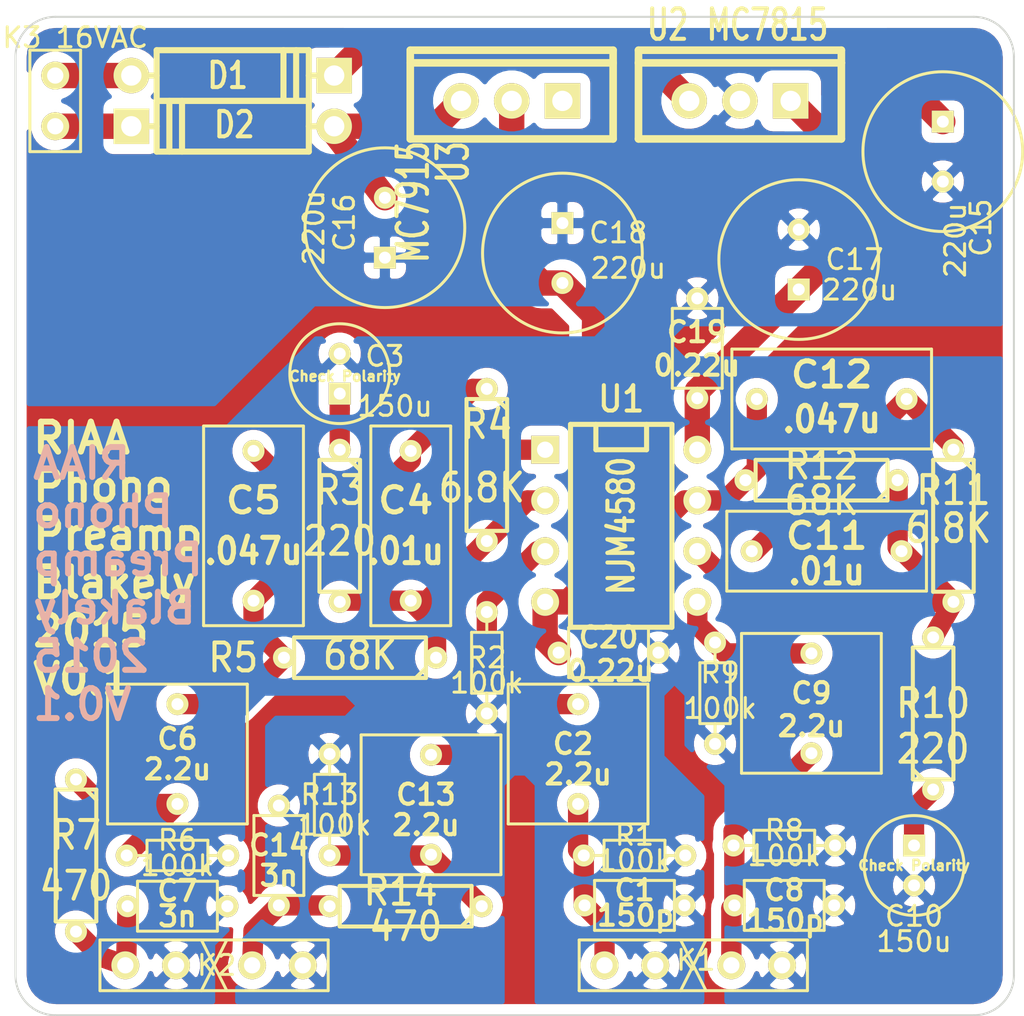
<source format=kicad_pcb>
(kicad_pcb (version 4) (host pcbnew "(2014-12-04 BZR 5312)-product")
  (layers (0 F.Cu signal) (31 B.Cu signal hide) (36 B.SilkS user hide) (37 F.SilkS user) (38 B.Mask user hide) (39 F.Mask user hide) (44 Edge.Cuts user))
  (net 0 "")
  (net 1 /+15V)
  (net 2 /-15V)
  (net 3 GND)
  (net 4 N-000001)
  (net 5 N-0000010)
  (net 6 N-0000011)
  (net 7 N-0000012)
  (net 8 N-0000013)
  (net 9 N-0000014)
  (net 10 N-0000015)
  (net 11 N-0000016)
  (net 12 N-0000017)
  (net 13 N-0000018)
  (net 14 N-0000019)
  (net 15 N-0000020)
  (net 16 N-0000021)
  (net 17 N-0000022)
  (net 18 N-0000023)
  (net 19 N-000003)
  (net 20 N-000004)
  (net 21 N-000006)
  (net 22 N-000007)
  (net 23 N-000008)
  (module TO220_VERT (layer F.Cu) (at 69.85 29.21 90)
    (fp_text reference U3 (at -3.065 -2.94 90) (layer F.SilkS) (effects (font (size 1.524 1.016) (thickness 0.2032))))
    (fp_text value MC7915 (at -5.065 -4.94 90) (layer F.SilkS) (effects (font (size 1.524 1.016) (thickness 0.2032))))
    (fp_line (start 1.905 -5.08) (end 2.54 -5.08) (layer F.SilkS) (width 0.381))
    (fp_line (start 2.54 -5.08) (end 2.54 5.08) (layer F.SilkS) (width 0.381))
    (fp_line (start 2.54 5.08) (end 1.905 5.08) (layer F.SilkS) (width 0.381))
    (fp_line (start -1.905 -5.08) (end 1.905 -5.08) (layer F.SilkS) (width 0.381))
    (fp_line (start 1.905 -5.08) (end 1.905 5.08) (layer F.SilkS) (width 0.381))
    (fp_line (start 1.905 5.08) (end -1.905 5.08) (layer F.SilkS) (width 0.381))
    (fp_line (start -1.905 5.08) (end -1.905 -5.08) (layer F.SilkS) (width 0.381))
    (pad 1 thru_hole circle (at 0 -2.54 90) (size 1.778 1.778) (drill 1.016) (layers *.Cu *.Mask F.SilkS) (net 9 N-0000014))
    (pad 2 thru_hole circle (at 0 0 90) (size 1.778 1.778) (drill 1.016) (layers *.Cu *.Mask F.SilkS) (net 2 /-15V))
    (pad 3 thru_hole rect (at 0 2.54 90) (size 1.778 1.778) (drill 1.016) (layers *.Cu *.Mask F.SilkS))
  )
  (module TO220_VERT (layer F.Cu) (at 81.28 29.21 90)
    (fp_text reference U2 (at 3.805 -3.62 180) (layer F.SilkS) (effects (font (size 1.524 1.016) (thickness 0.2032))))
    (fp_text value MC7815 (at 3.805 1.38 180) (layer F.SilkS) (effects (font (size 1.524 1.016) (thickness 0.2032))))
    (fp_line (start 1.905 -5.08) (end 2.54 -5.08) (layer F.SilkS) (width 0.381))
    (fp_line (start 2.54 -5.08) (end 2.54 5.08) (layer F.SilkS) (width 0.381))
    (fp_line (start 2.54 5.08) (end 1.905 5.08) (layer F.SilkS) (width 0.381))
    (fp_line (start -1.905 -5.08) (end 1.905 -5.08) (layer F.SilkS) (width 0.381))
    (fp_line (start 1.905 -5.08) (end 1.905 5.08) (layer F.SilkS) (width 0.381))
    (fp_line (start 1.905 5.08) (end -1.905 5.08) (layer F.SilkS) (width 0.381))
    (fp_line (start -1.905 5.08) (end -1.905 -5.08) (layer F.SilkS) (width 0.381))
    (pad 1 thru_hole circle (at 0 -2.54 90) (size 1.778 1.778) (drill 1.016) (layers *.Cu *.Mask F.SilkS) (net 10 N-0000015))
    (pad 2 thru_hole circle (at 0 0 90) (size 1.778 1.778) (drill 1.016) (layers *.Cu *.Mask F.SilkS) (net 3 GND))
    (pad 3 thru_hole rect (at 0 2.54 90) (size 1.778 1.778) (drill 1.016) (layers *.Cu *.Mask F.SilkS) (net 1 /+15V))
  )
  (module Cap_10x4_7.5x0.5 (layer F.Cu) (at 64.794 50.49 90)
    (fp_text reference C4 (at 1.27 -0.254 180) (layer F.SilkS) (effects (font (size 1.27 1.397) (thickness 0.254))))
    (fp_text value .01u (at -1.27 -0.254 180) (layer F.SilkS) (effects (font (size 1.27 1.143) (thickness 0.254))))
    (fp_line (start 5 2) (end 5 -1.5) (layer F.SilkS) (width 0.15))
    (fp_line (start 5 -1.5) (end 5 -2) (layer F.SilkS) (width 0.15))
    (fp_line (start 5 -2) (end -5 -2) (layer F.SilkS) (width 0.15))
    (fp_line (start -5 -2) (end -5 2) (layer F.SilkS) (width 0.15))
    (fp_line (start -5 2) (end 5 2) (layer F.SilkS) (width 0.15))
    (pad 1 thru_hole circle (at -3.75 0 90) (size 1.1 1.1) (drill 0.6) (layers *.Cu *.Mask F.SilkS) (net 7 N-0000012))
    (pad 2 thru_hole circle (at 3.75 0 90) (size 1.1 1.1) (drill 0.6) (layers *.Cu *.Mask F.SilkS) (net 23 N-000008))
  )
  (module Cap_7.2x7.2_5.0x0.55 (layer F.Cu) (at 73.176 61.92 90)
    (fp_text reference C2 (at 0.508 -0.254 180) (layer F.SilkS) (effects (font (size 1.016 1.016) (thickness 0.2032))))
    (fp_text value 2.2u (at -1.016 0 180) (layer F.SilkS) (effects (font (size 1.016 1.016) (thickness 0.2032))))
    (fp_line (start -3.5 -3.5) (end -3.5 3.5) (layer F.SilkS) (width 0.15))
    (fp_line (start 3.5 3.5) (end 3.5 -3.5) (layer F.SilkS) (width 0.15))
    (fp_line (start 3.5 3.5) (end -3.5 3.5) (layer F.SilkS) (width 0.15))
    (fp_line (start 3.5 -3.5) (end -3.5 -3.5) (layer F.SilkS) (width 0.15))
    (pad 1 thru_hole circle (at -2.5 0 90) (size 1.1 1.1) (drill 0.6) (layers *.Cu *.Mask F.SilkS) (net 4 N-000001))
    (pad 2 thru_hole circle (at 2.5 0 90) (size 1.1 1.1) (drill 0.6) (layers *.Cu *.Mask F.SilkS) (net 8 N-0000013))
  )
  (module DIP-8__300 (layer F.Cu) (at 75.335 50.49 270)
    (fp_text reference U1 (at -6.35 0 360) (layer F.SilkS) (effects (font (size 1.27 1.143) (thickness 0.2032))))
    (fp_text value NJM4580 (at 0 0 270) (layer F.SilkS) (effects (font (size 1.27 1.016) (thickness 0.2032))))
    (fp_line (start -5.08 -1.27) (end -3.81 -1.27) (layer F.SilkS) (width 0.254))
    (fp_line (start -3.81 -1.27) (end -3.81 1.27) (layer F.SilkS) (width 0.254))
    (fp_line (start -3.81 1.27) (end -5.08 1.27) (layer F.SilkS) (width 0.254))
    (fp_line (start -5.08 -2.54) (end 5.08 -2.54) (layer F.SilkS) (width 0.254))
    (fp_line (start 5.08 -2.54) (end 5.08 2.54) (layer F.SilkS) (width 0.254))
    (fp_line (start 5.08 2.54) (end -5.08 2.54) (layer F.SilkS) (width 0.254))
    (fp_line (start -5.08 2.54) (end -5.08 -2.54) (layer F.SilkS) (width 0.254))
    (pad 1 thru_hole rect (at -3.81 3.81 270) (size 1.397 1.397) (drill 0.8128) (layers *.Cu *.Mask F.SilkS) (net 6 N-0000011))
    (pad 2 thru_hole circle (at -1.27 3.81 270) (size 1.397 1.397) (drill 0.8128) (layers *.Cu *.Mask F.SilkS) (net 7 N-0000012))
    (pad 3 thru_hole circle (at 1.27 3.81 270) (size 1.397 1.397) (drill 0.8128) (layers *.Cu *.Mask F.SilkS) (net 8 N-0000013))
    (pad 4 thru_hole circle (at 3.81 3.81 270) (size 1.397 1.397) (drill 0.8128) (layers *.Cu *.Mask F.SilkS) (net 2 /-15V))
    (pad 5 thru_hole circle (at 3.81 -3.81 270) (size 1.397 1.397) (drill 0.8128) (layers *.Cu *.Mask F.SilkS) (net 18 N-0000023))
    (pad 6 thru_hole circle (at 1.27 -3.81 270) (size 1.397 1.397) (drill 0.8128) (layers *.Cu *.Mask F.SilkS) (net 14 N-0000019))
    (pad 7 thru_hole circle (at -1.27 -3.81 270) (size 1.397 1.397) (drill 0.8128) (layers *.Cu *.Mask F.SilkS) (net 22 N-000007))
    (pad 8 thru_hole circle (at -3.81 -3.81 270) (size 1.397 1.397) (drill 0.8128) (layers *.Cu *.Mask F.SilkS) (net 1 /+15V))
  )
  (module D4 (layer F.Cu) (at 55.88 30.48 180)
    (fp_text reference D2 (at -0.08 0.075 180) (layer F.SilkS) (effects (font (size 1.27 1.016) (thickness 0.2032))))
    (fp_text value DIODE hide)
    (fp_line (start -3.81 -1.27) (end 3.81 -1.27) (layer F.SilkS) (width 0.3048))
    (fp_line (start 3.81 -1.27) (end 3.81 1.27) (layer F.SilkS) (width 0.3048))
    (fp_line (start 3.81 1.27) (end -3.81 1.27) (layer F.SilkS) (width 0.3048))
    (fp_line (start -3.81 1.27) (end -3.81 -1.27) (layer F.SilkS) (width 0.3048))
    (fp_line (start 3.175 -1.27) (end 3.175 1.27) (layer F.SilkS) (width 0.3048))
    (fp_line (start 2.54 1.27) (end 2.54 -1.27) (layer F.SilkS) (width 0.3048))
    (fp_line (start -3.81 0) (end -5.08 0) (layer F.SilkS) (width 0.3048))
    (fp_line (start 3.81 0) (end 5.08 0) (layer F.SilkS) (width 0.3048))
    (pad 1 thru_hole circle (at -5.08 0 180) (size 1.778 1.778) (drill 1.016) (layers *.Cu *.Mask F.SilkS) (net 9 N-0000014))
    (pad 2 thru_hole rect (at 5.08 0 180) (size 1.778 1.778) (drill 1.016) (layers *.Cu *.Mask F.SilkS) (net 11 N-0000016))
  )
  (module D4 (layer F.Cu) (at 55.88 27.94)
    (fp_text reference D1 (at -0.254 0) (layer F.SilkS) (effects (font (size 1.27 1.016) (thickness 0.2032))))
    (fp_text value DIODE hide)
    (fp_line (start -3.81 -1.27) (end 3.81 -1.27) (layer F.SilkS) (width 0.3048))
    (fp_line (start 3.81 -1.27) (end 3.81 1.27) (layer F.SilkS) (width 0.3048))
    (fp_line (start 3.81 1.27) (end -3.81 1.27) (layer F.SilkS) (width 0.3048))
    (fp_line (start -3.81 1.27) (end -3.81 -1.27) (layer F.SilkS) (width 0.3048))
    (fp_line (start 3.175 -1.27) (end 3.175 1.27) (layer F.SilkS) (width 0.3048))
    (fp_line (start 2.54 1.27) (end 2.54 -1.27) (layer F.SilkS) (width 0.3048))
    (fp_line (start -3.81 0) (end -5.08 0) (layer F.SilkS) (width 0.3048))
    (fp_line (start 3.81 0) (end 5.08 0) (layer F.SilkS) (width 0.3048))
    (pad 1 thru_hole circle (at -5.08 0) (size 1.778 1.778) (drill 1.016) (layers *.Cu *.Mask F.SilkS) (net 16 N-0000021))
    (pad 2 thru_hole rect (at 5.08 0) (size 1.778 1.778) (drill 1.016) (layers *.Cu *.Mask F.SilkS) (net 10 N-0000015))
  )
  (module header4_gap (layer F.Cu) (at 74.5 72.5)
    (fp_text reference K1 (at 4.572 -0.254) (layer F.SilkS))
    (fp_text value RCA hide)
    (fp_line (start 3.81 -1.27) (end 5.08 1.27) (layer F.SilkS) (width 0.15))
    (fp_line (start 3.81 1.27) (end 5.08 -1.27) (layer F.SilkS) (width 0.15))
    (fp_line (start 10.16 1.27) (end -1.27 1.27) (layer F.SilkS) (width 0.15))
    (fp_line (start -1.27 -1.27) (end 10.16 -1.27) (layer F.SilkS) (width 0.15))
    (fp_line (start 10.16 -1.27) (end 10.16 1.27) (layer F.SilkS) (width 0.15))
    (fp_line (start -1.27 1.27) (end -1.27 -1.27) (layer F.SilkS) (width 0.15))
    (pad 1 thru_hole circle (at 0 0) (size 1.397 1.397) (drill 0.8128) (layers *.Cu *.Mask F.SilkS) (net 4 N-000001))
    (pad 2 thru_hole circle (at 2.54 0) (size 1.397 1.397) (drill 0.8128) (layers *.Cu *.Mask F.SilkS) (net 3 GND))
    (pad 3 thru_hole circle (at 6.35 0) (size 1.397 1.397) (drill 0.8128) (layers *.Cu *.Mask F.SilkS) (net 12 N-0000017))
    (pad 4 thru_hole circle (at 8.89 0) (size 1.397 1.397) (drill 0.8128) (layers *.Cu *.Mask F.SilkS) (net 3 GND))
  )
  (module header4_gap (layer F.Cu) (at 50.5 72.5)
    (fp_text reference K2 (at 4.572 0) (layer F.SilkS))
    (fp_text value RCA hide)
    (fp_line (start 3.81 -1.27) (end 5.08 1.27) (layer F.SilkS) (width 0.15))
    (fp_line (start 3.81 1.27) (end 5.08 -1.27) (layer F.SilkS) (width 0.15))
    (fp_line (start 10.16 1.27) (end -1.27 1.27) (layer F.SilkS) (width 0.15))
    (fp_line (start -1.27 -1.27) (end 10.16 -1.27) (layer F.SilkS) (width 0.15))
    (fp_line (start 10.16 -1.27) (end 10.16 1.27) (layer F.SilkS) (width 0.15))
    (fp_line (start -1.27 1.27) (end -1.27 -1.27) (layer F.SilkS) (width 0.15))
    (pad 1 thru_hole circle (at 0 0) (size 1.397 1.397) (drill 0.8128) (layers *.Cu *.Mask F.SilkS) (net 5 N-0000010))
    (pad 2 thru_hole circle (at 2.54 0) (size 1.397 1.397) (drill 0.8128) (layers *.Cu *.Mask F.SilkS) (net 3 GND))
    (pad 3 thru_hole circle (at 6.35 0) (size 1.397 1.397) (drill 0.8128) (layers *.Cu *.Mask F.SilkS) (net 17 N-0000022))
    (pad 4 thru_hole circle (at 8.89 0) (size 1.397 1.397) (drill 0.8128) (layers *.Cu *.Mask F.SilkS) (net 3 GND))
  )
  (module header2 (layer F.Cu) (at 46.99 29.21 270)
    (fp_text reference K3 (at -3.17 1.665 360) (layer F.SilkS))
    (fp_text value 16VAC (at -3.17 -2.335 360) (layer F.SilkS))
    (fp_line (start -2.54 -1.27) (end 2.54 -1.27) (layer F.SilkS) (width 0.15))
    (fp_line (start 2.54 -1.27) (end 2.54 1.27) (layer F.SilkS) (width 0.15))
    (fp_line (start 2.54 1.27) (end -2.54 1.27) (layer F.SilkS) (width 0.15))
    (fp_line (start -2.54 1.27) (end -2.54 -1.27) (layer F.SilkS) (width 0.15))
    (pad 1 thru_hole circle (at -1.27 0 270) (size 1.397 1.397) (drill 0.8128) (layers *.Cu *.Mask F.SilkS) (net 16 N-0000021))
    (pad 2 thru_hole circle (at 1.27 0 270) (size 1.397 1.397) (drill 0.8128) (layers *.Cu *.Mask F.SilkS) (net 11 N-0000016))
  )
  (module Cap_elec_8.0D_3.5x0.55 (layer F.Cu) (at 63.5 35.56 90)
    (fp_text reference C16 (at 0.254 -2.032 90) (layer F.SilkS))
    (fp_text value 220u (at 0 -3.556 90) (layer F.SilkS))
    (fp_circle (center 0 0) (end 0 4) (layer F.SilkS) (width 0.15))
    (pad 2 thru_hole circle (at 1.5 0 90) (size 1.1 1.1) (drill 0.6) (layers *.Cu *.Mask F.SilkS) (net 9 N-0000014))
    (pad 1 thru_hole rect (at -1.5 0 90) (size 1.1 1.1) (drill 0.6) (layers *.Cu *.Mask F.SilkS) (net 3 GND))
  )
  (module Cap_elec_8.0D_3.5x0.55 (layer F.Cu) (at 91.44 31.75 270)
    (fp_text reference C15 (at 3.81 -1.905 270) (layer F.SilkS))
    (fp_text value 220u (at 4.445 -0.635 270) (layer F.SilkS))
    (fp_circle (center 0 0) (end 0 4) (layer F.SilkS) (width 0.15))
    (pad 2 thru_hole circle (at 1.5 0 270) (size 1.1 1.1) (drill 0.6) (layers *.Cu *.Mask F.SilkS) (net 3 GND))
    (pad 1 thru_hole rect (at -1.5 0 270) (size 1.1 1.1) (drill 0.6) (layers *.Cu *.Mask F.SilkS) (net 10 N-0000015))
  )
  (module R_3.0x1.5_5.0x0.55 (layer F.Cu) (at 76 67 180)
    (fp_text reference R1 (at 0 1.016 180) (layer F.SilkS))
    (fp_text value 100k (at 0 -0.254 180) (layer F.SilkS))
    (fp_line (start 1.524 0) (end 2.54 0) (layer F.SilkS) (width 0.15))
    (fp_line (start -1.524 0) (end -1.524 -0.762) (layer F.SilkS) (width 0.15))
    (fp_line (start -1.524 -0.762) (end 1.524 -0.762) (layer F.SilkS) (width 0.15))
    (fp_line (start 1.524 -0.762) (end 1.524 0.762) (layer F.SilkS) (width 0.15))
    (fp_line (start 1.524 0.762) (end -1.524 0.762) (layer F.SilkS) (width 0.15))
    (fp_line (start -1.524 0.762) (end -1.524 0) (layer F.SilkS) (width 0.15))
    (fp_line (start -1.524 0) (end -2.54 0) (layer F.SilkS) (width 0.15))
    (pad 2 thru_hole circle (at -2.54 0 180) (size 1.1 1.1) (drill 0.6) (layers *.Cu *.Mask F.SilkS) (net 3 GND))
    (pad 1 thru_hole circle (at 2.54 0 180) (size 1.1 1.1) (drill 0.6) (layers *.Cu *.Mask F.SilkS) (net 4 N-000001))
  )
  (module R_3.0x1.5_5.0x0.55 (layer F.Cu) (at 60.73 64.46 270)
    (fp_text reference R13 (at -0.508 0 360) (layer F.SilkS))
    (fp_text value 100k (at 1.016 -0.254 360) (layer F.SilkS))
    (fp_line (start 1.524 0) (end 2.54 0) (layer F.SilkS) (width 0.15))
    (fp_line (start -1.524 0) (end -1.524 -0.762) (layer F.SilkS) (width 0.15))
    (fp_line (start -1.524 -0.762) (end 1.524 -0.762) (layer F.SilkS) (width 0.15))
    (fp_line (start 1.524 -0.762) (end 1.524 0.762) (layer F.SilkS) (width 0.15))
    (fp_line (start 1.524 0.762) (end -1.524 0.762) (layer F.SilkS) (width 0.15))
    (fp_line (start -1.524 0.762) (end -1.524 0) (layer F.SilkS) (width 0.15))
    (fp_line (start -1.524 0) (end -2.54 0) (layer F.SilkS) (width 0.15))
    (pad 2 thru_hole circle (at -2.54 0 270) (size 1.1 1.1) (drill 0.6) (layers *.Cu *.Mask F.SilkS) (net 3 GND))
    (pad 1 thru_hole circle (at 2.54 0 270) (size 1.1 1.1) (drill 0.6) (layers *.Cu *.Mask F.SilkS) (net 15 N-0000020))
  )
  (module R_3.0x1.5_5.0x0.55 (layer F.Cu) (at 53.11 67 180)
    (fp_text reference R6 (at 0 0.762 180) (layer F.SilkS))
    (fp_text value 100k (at 0 -0.508 180) (layer F.SilkS))
    (fp_line (start 1.524 0) (end 2.54 0) (layer F.SilkS) (width 0.15))
    (fp_line (start -1.524 0) (end -1.524 -0.762) (layer F.SilkS) (width 0.15))
    (fp_line (start -1.524 -0.762) (end 1.524 -0.762) (layer F.SilkS) (width 0.15))
    (fp_line (start 1.524 -0.762) (end 1.524 0.762) (layer F.SilkS) (width 0.15))
    (fp_line (start 1.524 0.762) (end -1.524 0.762) (layer F.SilkS) (width 0.15))
    (fp_line (start -1.524 0.762) (end -1.524 0) (layer F.SilkS) (width 0.15))
    (fp_line (start -1.524 0) (end -2.54 0) (layer F.SilkS) (width 0.15))
    (pad 2 thru_hole circle (at -2.54 0 180) (size 1.1 1.1) (drill 0.6) (layers *.Cu *.Mask F.SilkS) (net 3 GND))
    (pad 1 thru_hole circle (at 2.54 0 180) (size 1.1 1.1) (drill 0.6) (layers *.Cu *.Mask F.SilkS) (net 21 N-000006))
  )
  (module R_3.0x1.5_5.0x0.55 (layer F.Cu) (at 83.5 66.5 180)
    (fp_text reference R8 (at 0 0.762 180) (layer F.SilkS))
    (fp_text value 100k (at 0 -0.508 180) (layer F.SilkS))
    (fp_line (start 1.524 0) (end 2.54 0) (layer F.SilkS) (width 0.15))
    (fp_line (start -1.524 0) (end -1.524 -0.762) (layer F.SilkS) (width 0.15))
    (fp_line (start -1.524 -0.762) (end 1.524 -0.762) (layer F.SilkS) (width 0.15))
    (fp_line (start 1.524 -0.762) (end 1.524 0.762) (layer F.SilkS) (width 0.15))
    (fp_line (start 1.524 0.762) (end -1.524 0.762) (layer F.SilkS) (width 0.15))
    (fp_line (start -1.524 0.762) (end -1.524 0) (layer F.SilkS) (width 0.15))
    (fp_line (start -1.524 0) (end -2.54 0) (layer F.SilkS) (width 0.15))
    (pad 2 thru_hole circle (at -2.54 0 180) (size 1.1 1.1) (drill 0.6) (layers *.Cu *.Mask F.SilkS) (net 3 GND))
    (pad 1 thru_hole circle (at 2.54 0 180) (size 1.1 1.1) (drill 0.6) (layers *.Cu *.Mask F.SilkS) (net 12 N-0000017))
  )
  (module R_3.0x1.5_5.0x0.55 (layer F.Cu) (at 80.034 58.872 90)
    (fp_text reference R9 (at 1.016 0.254 180) (layer F.SilkS))
    (fp_text value 100k (at -0.762 0.254 180) (layer F.SilkS))
    (fp_line (start 1.524 0) (end 2.54 0) (layer F.SilkS) (width 0.15))
    (fp_line (start -1.524 0) (end -1.524 -0.762) (layer F.SilkS) (width 0.15))
    (fp_line (start -1.524 -0.762) (end 1.524 -0.762) (layer F.SilkS) (width 0.15))
    (fp_line (start 1.524 -0.762) (end 1.524 0.762) (layer F.SilkS) (width 0.15))
    (fp_line (start 1.524 0.762) (end -1.524 0.762) (layer F.SilkS) (width 0.15))
    (fp_line (start -1.524 0.762) (end -1.524 0) (layer F.SilkS) (width 0.15))
    (fp_line (start -1.524 0) (end -2.54 0) (layer F.SilkS) (width 0.15))
    (pad 2 thru_hole circle (at -2.54 0 90) (size 1.1 1.1) (drill 0.6) (layers *.Cu *.Mask F.SilkS) (net 3 GND))
    (pad 1 thru_hole circle (at 2.54 0 90) (size 1.1 1.1) (drill 0.6) (layers *.Cu *.Mask F.SilkS) (net 18 N-0000023))
  )
  (module R_3.0x1.5_5.0x0.55 (layer F.Cu) (at 68.604 57.348 90)
    (fp_text reference R2 (at 0.254 0 180) (layer F.SilkS))
    (fp_text value 100k (at -1.016 0 180) (layer F.SilkS))
    (fp_line (start 1.524 0) (end 2.54 0) (layer F.SilkS) (width 0.15))
    (fp_line (start -1.524 0) (end -1.524 -0.762) (layer F.SilkS) (width 0.15))
    (fp_line (start -1.524 -0.762) (end 1.524 -0.762) (layer F.SilkS) (width 0.15))
    (fp_line (start 1.524 -0.762) (end 1.524 0.762) (layer F.SilkS) (width 0.15))
    (fp_line (start 1.524 0.762) (end -1.524 0.762) (layer F.SilkS) (width 0.15))
    (fp_line (start -1.524 0.762) (end -1.524 0) (layer F.SilkS) (width 0.15))
    (fp_line (start -1.524 0) (end -2.54 0) (layer F.SilkS) (width 0.15))
    (pad 2 thru_hole circle (at -2.54 0 90) (size 1.1 1.1) (drill 0.6) (layers *.Cu *.Mask F.SilkS) (net 3 GND))
    (pad 1 thru_hole circle (at 2.54 0 90) (size 1.1 1.1) (drill 0.6) (layers *.Cu *.Mask F.SilkS) (net 8 N-0000013))
  )
  (module Cap_4.0x2.5_5.0x0.55 (layer F.Cu) (at 76 69.5)
    (fp_text reference C1 (at 0 -0.762) (layer F.SilkS) (effects (font (size 1.016 1.016) (thickness 0.2032))))
    (fp_text value 150p (at 0.0508 0.508) (layer F.SilkS) (effects (font (size 1.016 1.016) (thickness 0.2032))))
    (fp_line (start -2 1.25) (end -2 -1.25) (layer F.SilkS) (width 0.15))
    (fp_line (start 2 -1.25) (end 2 1.25) (layer F.SilkS) (width 0.15))
    (fp_line (start -2 0) (end -2.5 0) (layer F.SilkS) (width 0.15))
    (fp_line (start 2 0) (end 2.5 0) (layer F.SilkS) (width 0.15))
    (fp_line (start -2 -1.25) (end 2 -1.25) (layer F.SilkS) (width 0.15))
    (fp_line (start 2 1.25) (end -2 1.25) (layer F.SilkS) (width 0.15))
    (pad 1 thru_hole circle (at -2.5 0) (size 1.1 1.1) (drill 0.6) (layers *.Cu *.Mask F.SilkS) (net 4 N-000001))
    (pad 2 thru_hole circle (at 2.5 0) (size 1.1 1.1) (drill 0.6) (layers *.Cu *.Mask F.SilkS) (net 3 GND))
  )
  (module Cap_4.0x2.5_5.0x0.55 (layer F.Cu) (at 53.11 69.54)
    (fp_text reference C7 (at 0 -0.762) (layer F.SilkS) (effects (font (size 1.016 1.016) (thickness 0.2032))))
    (fp_text value 3n (at 0 0.508) (layer F.SilkS) (effects (font (size 1.016 1.016) (thickness 0.2032))))
    (fp_line (start -2 1.25) (end -2 -1.25) (layer F.SilkS) (width 0.15))
    (fp_line (start 2 -1.25) (end 2 1.25) (layer F.SilkS) (width 0.15))
    (fp_line (start -2 0) (end -2.5 0) (layer F.SilkS) (width 0.15))
    (fp_line (start 2 0) (end 2.5 0) (layer F.SilkS) (width 0.15))
    (fp_line (start -2 -1.25) (end 2 -1.25) (layer F.SilkS) (width 0.15))
    (fp_line (start 2 1.25) (end -2 1.25) (layer F.SilkS) (width 0.15))
    (pad 1 thru_hole circle (at -2.5 0) (size 1.1 1.1) (drill 0.6) (layers *.Cu *.Mask F.SilkS) (net 5 N-0000010))
    (pad 2 thru_hole circle (at 2.5 0) (size 1.1 1.1) (drill 0.6) (layers *.Cu *.Mask F.SilkS) (net 3 GND))
  )
  (module R_6.5x2.0_7.5x0.55 (layer F.Cu) (at 64.54 69.54 180)
    (fp_text reference R14 (at 0.254 0.762 180) (layer F.SilkS) (effects (font (size 1.397 1.27) (thickness 0.2032))))
    (fp_text value 470 (at 0 -1.016 180) (layer F.SilkS) (effects (font (size 1.397 1.27) (thickness 0.2032))))
    (fp_line (start -3.81 0) (end -3.302 0) (layer F.SilkS) (width 0.2032))
    (fp_line (start 3.81 0) (end 3.302 0) (layer F.SilkS) (width 0.2032))
    (fp_line (start 3.302 0) (end 3.302 -1.016) (layer F.SilkS) (width 0.2032))
    (fp_line (start 3.302 -1.016) (end -3.302 -1.016) (layer F.SilkS) (width 0.2032))
    (fp_line (start -3.302 -1.016) (end -3.302 1.016) (layer F.SilkS) (width 0.2032))
    (fp_line (start -3.302 1.016) (end 3.302 1.016) (layer F.SilkS) (width 0.2032))
    (fp_line (start 3.302 1.016) (end 3.302 0) (layer F.SilkS) (width 0.2032))
    (fp_line (start -3.302 -0.508) (end -2.794 -1.016) (layer F.SilkS) (width 0.2032))
    (pad 1 thru_hole circle (at -3.81 0 180) (size 1.1 1.1) (drill 0.6) (layers *.Cu *.Mask F.SilkS) (net 15 N-0000020))
    (pad 2 thru_hole circle (at 3.81 0 180) (size 1.1 1.1) (drill 0.6) (layers *.Cu *.Mask F.SilkS) (net 17 N-0000022))
  )
  (module R_6.5x2.0_7.5x0.55 (layer F.Cu) (at 62.254 57.094 180)
    (fp_text reference R5 (at 6.35 0 180) (layer F.SilkS) (effects (font (size 1.397 1.27) (thickness 0.2032))))
    (fp_text value 68K (at 0 0.127 180) (layer F.SilkS) (effects (font (size 1.397 1.27) (thickness 0.2032))))
    (fp_line (start -3.81 0) (end -3.302 0) (layer F.SilkS) (width 0.2032))
    (fp_line (start 3.81 0) (end 3.302 0) (layer F.SilkS) (width 0.2032))
    (fp_line (start 3.302 0) (end 3.302 -1.016) (layer F.SilkS) (width 0.2032))
    (fp_line (start 3.302 -1.016) (end -3.302 -1.016) (layer F.SilkS) (width 0.2032))
    (fp_line (start -3.302 -1.016) (end -3.302 1.016) (layer F.SilkS) (width 0.2032))
    (fp_line (start -3.302 1.016) (end 3.302 1.016) (layer F.SilkS) (width 0.2032))
    (fp_line (start 3.302 1.016) (end 3.302 0) (layer F.SilkS) (width 0.2032))
    (fp_line (start -3.302 -0.508) (end -2.794 -1.016) (layer F.SilkS) (width 0.2032))
    (pad 1 thru_hole circle (at -3.81 0 180) (size 1.1 1.1) (drill 0.6) (layers *.Cu *.Mask F.SilkS) (net 7 N-0000012))
    (pad 2 thru_hole circle (at 3.81 0 180) (size 1.1 1.1) (drill 0.6) (layers *.Cu *.Mask F.SilkS) (net 6 N-0000011))
  )
  (module R_6.5x2.0_7.5x0.55 (layer F.Cu) (at 85.368 48.204 180)
    (fp_text reference R12 (at 0 0.762 180) (layer F.SilkS) (effects (font (size 1.397 1.27) (thickness 0.2032))))
    (fp_text value 68K (at 0 -1.016 180) (layer F.SilkS) (effects (font (size 1.397 1.27) (thickness 0.2032))))
    (fp_line (start -3.81 0) (end -3.302 0) (layer F.SilkS) (width 0.2032))
    (fp_line (start 3.81 0) (end 3.302 0) (layer F.SilkS) (width 0.2032))
    (fp_line (start 3.302 0) (end 3.302 -1.016) (layer F.SilkS) (width 0.2032))
    (fp_line (start 3.302 -1.016) (end -3.302 -1.016) (layer F.SilkS) (width 0.2032))
    (fp_line (start -3.302 -1.016) (end -3.302 1.016) (layer F.SilkS) (width 0.2032))
    (fp_line (start -3.302 1.016) (end 3.302 1.016) (layer F.SilkS) (width 0.2032))
    (fp_line (start 3.302 1.016) (end 3.302 0) (layer F.SilkS) (width 0.2032))
    (fp_line (start -3.302 -0.508) (end -2.794 -1.016) (layer F.SilkS) (width 0.2032))
    (pad 1 thru_hole circle (at -3.81 0 180) (size 1.1 1.1) (drill 0.6) (layers *.Cu *.Mask F.SilkS) (net 14 N-0000019))
    (pad 2 thru_hole circle (at 3.81 0 180) (size 1.1 1.1) (drill 0.6) (layers *.Cu *.Mask F.SilkS) (net 22 N-000007))
  )
  (module R_6.5x2.0_7.5x0.55 (layer F.Cu) (at 91.972 50.49 270)
    (fp_text reference R11 (at -1.778 0 360) (layer F.SilkS) (effects (font (size 1.397 1.27) (thickness 0.2032))))
    (fp_text value 6.8K (at 0.127 0.254 360) (layer F.SilkS) (effects (font (size 1.397 1.27) (thickness 0.2032))))
    (fp_line (start -3.81 0) (end -3.302 0) (layer F.SilkS) (width 0.2032))
    (fp_line (start 3.81 0) (end 3.302 0) (layer F.SilkS) (width 0.2032))
    (fp_line (start 3.302 0) (end 3.302 -1.016) (layer F.SilkS) (width 0.2032))
    (fp_line (start 3.302 -1.016) (end -3.302 -1.016) (layer F.SilkS) (width 0.2032))
    (fp_line (start -3.302 -1.016) (end -3.302 1.016) (layer F.SilkS) (width 0.2032))
    (fp_line (start -3.302 1.016) (end 3.302 1.016) (layer F.SilkS) (width 0.2032))
    (fp_line (start 3.302 1.016) (end 3.302 0) (layer F.SilkS) (width 0.2032))
    (fp_line (start -3.302 -0.508) (end -2.794 -1.016) (layer F.SilkS) (width 0.2032))
    (pad 1 thru_hole circle (at -3.81 0 270) (size 1.1 1.1) (drill 0.6) (layers *.Cu *.Mask F.SilkS) (net 13 N-0000018))
    (pad 2 thru_hole circle (at 3.81 0 270) (size 1.1 1.1) (drill 0.6) (layers *.Cu *.Mask F.SilkS) (net 14 N-0000019))
  )
  (module R_6.5x2.0_7.5x0.55 (layer F.Cu) (at 90.956 59.888 90)
    (fp_text reference R10 (at 0.508 0 180) (layer F.SilkS) (effects (font (size 1.397 1.27) (thickness 0.2032))))
    (fp_text value 220 (at -1.778 0 180) (layer F.SilkS) (effects (font (size 1.397 1.27) (thickness 0.2032))))
    (fp_line (start -3.81 0) (end -3.302 0) (layer F.SilkS) (width 0.2032))
    (fp_line (start 3.81 0) (end 3.302 0) (layer F.SilkS) (width 0.2032))
    (fp_line (start 3.302 0) (end 3.302 -1.016) (layer F.SilkS) (width 0.2032))
    (fp_line (start 3.302 -1.016) (end -3.302 -1.016) (layer F.SilkS) (width 0.2032))
    (fp_line (start -3.302 -1.016) (end -3.302 1.016) (layer F.SilkS) (width 0.2032))
    (fp_line (start -3.302 1.016) (end 3.302 1.016) (layer F.SilkS) (width 0.2032))
    (fp_line (start 3.302 1.016) (end 3.302 0) (layer F.SilkS) (width 0.2032))
    (fp_line (start -3.302 -0.508) (end -2.794 -1.016) (layer F.SilkS) (width 0.2032))
    (pad 1 thru_hole circle (at -3.81 0 90) (size 1.1 1.1) (drill 0.6) (layers *.Cu *.Mask F.SilkS) (net 20 N-000004))
    (pad 2 thru_hole circle (at 3.81 0 90) (size 1.1 1.1) (drill 0.6) (layers *.Cu *.Mask F.SilkS) (net 14 N-0000019))
  )
  (module R_6.5x2.0_7.5x0.55 (layer F.Cu) (at 68.604 47.442 270)
    (fp_text reference R4 (at -2.032 0 360) (layer F.SilkS) (effects (font (size 1.397 1.27) (thickness 0.2032))))
    (fp_text value 6.8K (at 1.143 0.254 360) (layer F.SilkS) (effects (font (size 1.397 1.27) (thickness 0.2032))))
    (fp_line (start -3.81 0) (end -3.302 0) (layer F.SilkS) (width 0.2032))
    (fp_line (start 3.81 0) (end 3.302 0) (layer F.SilkS) (width 0.2032))
    (fp_line (start 3.302 0) (end 3.302 -1.016) (layer F.SilkS) (width 0.2032))
    (fp_line (start 3.302 -1.016) (end -3.302 -1.016) (layer F.SilkS) (width 0.2032))
    (fp_line (start -3.302 -1.016) (end -3.302 1.016) (layer F.SilkS) (width 0.2032))
    (fp_line (start -3.302 1.016) (end 3.302 1.016) (layer F.SilkS) (width 0.2032))
    (fp_line (start 3.302 1.016) (end 3.302 0) (layer F.SilkS) (width 0.2032))
    (fp_line (start -3.302 -0.508) (end -2.794 -1.016) (layer F.SilkS) (width 0.2032))
    (pad 1 thru_hole circle (at -3.81 0 270) (size 1.1 1.1) (drill 0.6) (layers *.Cu *.Mask F.SilkS) (net 23 N-000008))
    (pad 2 thru_hole circle (at 3.81 0 270) (size 1.1 1.1) (drill 0.6) (layers *.Cu *.Mask F.SilkS) (net 7 N-0000012))
  )
  (module R_6.5x2.0_7.5x0.55 (layer F.Cu) (at 48.03 67 270)
    (fp_text reference R7 (at -1.016 0 360) (layer F.SilkS) (effects (font (size 1.397 1.27) (thickness 0.2032))))
    (fp_text value 470 (at 1.524 0 360) (layer F.SilkS) (effects (font (size 1.397 1.27) (thickness 0.2032))))
    (fp_line (start -3.81 0) (end -3.302 0) (layer F.SilkS) (width 0.2032))
    (fp_line (start 3.81 0) (end 3.302 0) (layer F.SilkS) (width 0.2032))
    (fp_line (start 3.302 0) (end 3.302 -1.016) (layer F.SilkS) (width 0.2032))
    (fp_line (start 3.302 -1.016) (end -3.302 -1.016) (layer F.SilkS) (width 0.2032))
    (fp_line (start -3.302 -1.016) (end -3.302 1.016) (layer F.SilkS) (width 0.2032))
    (fp_line (start -3.302 1.016) (end 3.302 1.016) (layer F.SilkS) (width 0.2032))
    (fp_line (start 3.302 1.016) (end 3.302 0) (layer F.SilkS) (width 0.2032))
    (fp_line (start -3.302 -0.508) (end -2.794 -1.016) (layer F.SilkS) (width 0.2032))
    (pad 1 thru_hole circle (at -3.81 0 270) (size 1.1 1.1) (drill 0.6) (layers *.Cu *.Mask F.SilkS) (net 21 N-000006))
    (pad 2 thru_hole circle (at 3.81 0 270) (size 1.1 1.1) (drill 0.6) (layers *.Cu *.Mask F.SilkS) (net 5 N-0000010))
  )
  (module R_6.5x2.0_7.5x0.55 (layer F.Cu) (at 61.238 50.49 270)
    (fp_text reference R3 (at -1.778 0 360) (layer F.SilkS) (effects (font (size 1.397 1.27) (thickness 0.2032))))
    (fp_text value 220 (at 0.762 0 360) (layer F.SilkS) (effects (font (size 1.397 1.27) (thickness 0.2032))))
    (fp_line (start -3.81 0) (end -3.302 0) (layer F.SilkS) (width 0.2032))
    (fp_line (start 3.81 0) (end 3.302 0) (layer F.SilkS) (width 0.2032))
    (fp_line (start 3.302 0) (end 3.302 -1.016) (layer F.SilkS) (width 0.2032))
    (fp_line (start 3.302 -1.016) (end -3.302 -1.016) (layer F.SilkS) (width 0.2032))
    (fp_line (start -3.302 -1.016) (end -3.302 1.016) (layer F.SilkS) (width 0.2032))
    (fp_line (start -3.302 1.016) (end 3.302 1.016) (layer F.SilkS) (width 0.2032))
    (fp_line (start 3.302 1.016) (end 3.302 0) (layer F.SilkS) (width 0.2032))
    (fp_line (start -3.302 -0.508) (end -2.794 -1.016) (layer F.SilkS) (width 0.2032))
    (pad 1 thru_hole circle (at -3.81 0 270) (size 1.1 1.1) (drill 0.6) (layers *.Cu *.Mask F.SilkS) (net 19 N-000003))
    (pad 2 thru_hole circle (at 3.81 0 270) (size 1.1 1.1) (drill 0.6) (layers *.Cu *.Mask F.SilkS) (net 7 N-0000012))
  )
  (module Cap_4.0x2.5_5.0x0.55 (layer F.Cu) (at 58.19 67 90)
    (fp_text reference C14 (at 0.508 0 180) (layer F.SilkS) (effects (font (size 1.016 1.016) (thickness 0.2032))))
    (fp_text value 3n (at -1.016 0 180) (layer F.SilkS) (effects (font (size 1.016 1.016) (thickness 0.2032))))
    (fp_line (start -2 1.25) (end -2 -1.25) (layer F.SilkS) (width 0.15))
    (fp_line (start 2 -1.25) (end 2 1.25) (layer F.SilkS) (width 0.15))
    (fp_line (start -2 0) (end -2.5 0) (layer F.SilkS) (width 0.15))
    (fp_line (start 2 0) (end 2.5 0) (layer F.SilkS) (width 0.15))
    (fp_line (start -2 -1.25) (end 2 -1.25) (layer F.SilkS) (width 0.15))
    (fp_line (start 2 1.25) (end -2 1.25) (layer F.SilkS) (width 0.15))
    (pad 1 thru_hole circle (at -2.5 0 90) (size 1.1 1.1) (drill 0.6) (layers *.Cu *.Mask F.SilkS) (net 17 N-0000022))
    (pad 2 thru_hole circle (at 2.5 0 90) (size 1.1 1.1) (drill 0.6) (layers *.Cu *.Mask F.SilkS) (net 3 GND))
  )
  (module Cap_7.2x7.2_5.0x0.55 (layer F.Cu) (at 65.81 64.46 270)
    (fp_text reference C13 (at -0.508 0.254 360) (layer F.SilkS) (effects (font (size 1.016 1.016) (thickness 0.2032))))
    (fp_text value 2.2u (at 1.016 0.254 360) (layer F.SilkS) (effects (font (size 1.016 1.016) (thickness 0.2032))))
    (fp_line (start -3.5 -3.5) (end -3.5 3.5) (layer F.SilkS) (width 0.15))
    (fp_line (start 3.5 3.5) (end 3.5 -3.5) (layer F.SilkS) (width 0.15))
    (fp_line (start 3.5 3.5) (end -3.5 3.5) (layer F.SilkS) (width 0.15))
    (fp_line (start 3.5 -3.5) (end -3.5 -3.5) (layer F.SilkS) (width 0.15))
    (pad 1 thru_hole circle (at -2.5 0 270) (size 1.1 1.1) (drill 0.6) (layers *.Cu *.Mask F.SilkS) (net 22 N-000007))
    (pad 2 thru_hole circle (at 2.5 0 270) (size 1.1 1.1) (drill 0.6) (layers *.Cu *.Mask F.SilkS) (net 15 N-0000020))
  )
  (module Cap_7.2x7.2_5.0x0.55 (layer F.Cu) (at 53.11 61.92 270)
    (fp_text reference C6 (at -0.762 0 360) (layer F.SilkS) (effects (font (size 1.016 1.016) (thickness 0.2032))))
    (fp_text value 2.2u (at 0.762 0 360) (layer F.SilkS) (effects (font (size 1.016 1.016) (thickness 0.2032))))
    (fp_line (start -3.5 -3.5) (end -3.5 3.5) (layer F.SilkS) (width 0.15))
    (fp_line (start 3.5 3.5) (end 3.5 -3.5) (layer F.SilkS) (width 0.15))
    (fp_line (start 3.5 3.5) (end -3.5 3.5) (layer F.SilkS) (width 0.15))
    (fp_line (start 3.5 -3.5) (end -3.5 -3.5) (layer F.SilkS) (width 0.15))
    (pad 1 thru_hole circle (at -2.5 0 270) (size 1.1 1.1) (drill 0.6) (layers *.Cu *.Mask F.SilkS) (net 6 N-0000011))
    (pad 2 thru_hole circle (at 2.5 0 270) (size 1.1 1.1) (drill 0.6) (layers *.Cu *.Mask F.SilkS) (net 21 N-000006))
  )
  (module Cap_4.0x2.5_5.0x0.55 (layer F.Cu) (at 83.5 69.5)
    (fp_text reference C8 (at 0 -0.762) (layer F.SilkS) (effects (font (size 1.016 1.016) (thickness 0.2032))))
    (fp_text value 150p (at 0.0508 0.762) (layer F.SilkS) (effects (font (size 1.016 1.016) (thickness 0.2032))))
    (fp_line (start -2 1.25) (end -2 -1.25) (layer F.SilkS) (width 0.15))
    (fp_line (start 2 -1.25) (end 2 1.25) (layer F.SilkS) (width 0.15))
    (fp_line (start -2 0) (end -2.5 0) (layer F.SilkS) (width 0.15))
    (fp_line (start 2 0) (end 2.5 0) (layer F.SilkS) (width 0.15))
    (fp_line (start -2 -1.25) (end 2 -1.25) (layer F.SilkS) (width 0.15))
    (fp_line (start 2 1.25) (end -2 1.25) (layer F.SilkS) (width 0.15))
    (pad 1 thru_hole circle (at -2.5 0) (size 1.1 1.1) (drill 0.6) (layers *.Cu *.Mask F.SilkS) (net 12 N-0000017))
    (pad 2 thru_hole circle (at 2.5 0) (size 1.1 1.1) (drill 0.6) (layers *.Cu *.Mask F.SilkS) (net 3 GND))
  )
  (module Cap_7.2x7.2_5.0x0.55 (layer F.Cu) (at 84.86 59.38 90)
    (fp_text reference C9 (at 0.508 0 180) (layer F.SilkS) (effects (font (size 1.016 1.016) (thickness 0.2032))))
    (fp_text value 2.2u (at -1.143 0 180) (layer F.SilkS) (effects (font (size 1.016 1.016) (thickness 0.2032))))
    (fp_line (start -3.5 -3.5) (end -3.5 3.5) (layer F.SilkS) (width 0.15))
    (fp_line (start 3.5 3.5) (end 3.5 -3.5) (layer F.SilkS) (width 0.15))
    (fp_line (start 3.5 3.5) (end -3.5 3.5) (layer F.SilkS) (width 0.15))
    (fp_line (start 3.5 -3.5) (end -3.5 -3.5) (layer F.SilkS) (width 0.15))
    (pad 1 thru_hole circle (at -2.5 0 90) (size 1.1 1.1) (drill 0.6) (layers *.Cu *.Mask F.SilkS) (net 12 N-0000017))
    (pad 2 thru_hole circle (at 2.5 0 90) (size 1.1 1.1) (drill 0.6) (layers *.Cu *.Mask F.SilkS) (net 18 N-0000023))
  )
  (module Cap_4.0x2.5_5.0x0.55 (layer F.Cu) (at 79.145 41.6 90)
    (fp_text reference C19 (at 0.8128 -0.0254 180) (layer F.SilkS) (effects (font (size 1.016 1.016) (thickness 0.2032))))
    (fp_text value 0.22u (at -0.8636 -0.0254 180) (layer F.SilkS) (effects (font (size 1.016 1.016) (thickness 0.2032))))
    (fp_line (start -2 1.25) (end -2 -1.25) (layer F.SilkS) (width 0.15))
    (fp_line (start 2 -1.25) (end 2 1.25) (layer F.SilkS) (width 0.15))
    (fp_line (start -2 0) (end -2.5 0) (layer F.SilkS) (width 0.15))
    (fp_line (start 2 0) (end 2.5 0) (layer F.SilkS) (width 0.15))
    (fp_line (start -2 -1.25) (end 2 -1.25) (layer F.SilkS) (width 0.15))
    (fp_line (start 2 1.25) (end -2 1.25) (layer F.SilkS) (width 0.15))
    (pad 1 thru_hole circle (at -2.5 0 90) (size 1.1 1.1) (drill 0.6) (layers *.Cu *.Mask F.SilkS) (net 1 /+15V))
    (pad 2 thru_hole circle (at 2.5 0 90) (size 1.1 1.1) (drill 0.6) (layers *.Cu *.Mask F.SilkS) (net 3 GND))
  )
  (module Cap_4.0x2.5_5.0x0.55 (layer F.Cu) (at 74.7 56.84 180)
    (fp_text reference C20 (at 0 0.762 180) (layer F.SilkS) (effects (font (size 1.016 1.016) (thickness 0.2032))))
    (fp_text value 0.22u (at -0.1016 -0.9144 180) (layer F.SilkS) (effects (font (size 1.016 1.016) (thickness 0.2032))))
    (fp_line (start -2 1.25) (end -2 -1.25) (layer F.SilkS) (width 0.15))
    (fp_line (start 2 -1.25) (end 2 1.25) (layer F.SilkS) (width 0.15))
    (fp_line (start -2 0) (end -2.5 0) (layer F.SilkS) (width 0.15))
    (fp_line (start 2 0) (end 2.5 0) (layer F.SilkS) (width 0.15))
    (fp_line (start -2 -1.25) (end 2 -1.25) (layer F.SilkS) (width 0.15))
    (fp_line (start 2 1.25) (end -2 1.25) (layer F.SilkS) (width 0.15))
    (pad 1 thru_hole circle (at -2.5 0 180) (size 1.1 1.1) (drill 0.6) (layers *.Cu *.Mask F.SilkS) (net 3 GND))
    (pad 2 thru_hole circle (at 2.5 0 180) (size 1.1 1.1) (drill 0.6) (layers *.Cu *.Mask F.SilkS) (net 2 /-15V))
  )
  (module Cap_elec_8.0D_3.5x0.55 (layer F.Cu) (at 84.225 37.155 90)
    (fp_text reference C17 (at 0 2.794 180) (layer F.SilkS))
    (fp_text value 220u (at -1.524 3.048 180) (layer F.SilkS))
    (fp_circle (center 0 0) (end 0 4) (layer F.SilkS) (width 0.15))
    (pad 2 thru_hole circle (at 1.5 0 90) (size 1.1 1.1) (drill 0.6) (layers *.Cu *.Mask F.SilkS) (net 3 GND))
    (pad 1 thru_hole rect (at -1.5 0 90) (size 1.1 1.1) (drill 0.6) (layers *.Cu *.Mask F.SilkS) (net 1 /+15V))
  )
  (module Cap_elec_8.0D_3.5x0.55 (layer F.Cu) (at 72.39 36.83 270)
    (fp_text reference C18 (at -1.016 -2.794 360) (layer F.SilkS))
    (fp_text value 220u (at 0.762 -3.302 360) (layer F.SilkS))
    (fp_circle (center 0 0) (end 0 4) (layer F.SilkS) (width 0.15))
    (pad 2 thru_hole circle (at 1.5 0 270) (size 1.1 1.1) (drill 0.6) (layers *.Cu *.Mask F.SilkS) (net 2 /-15V))
    (pad 1 thru_hole rect (at -1.5 0 270) (size 1.1 1.1) (drill 0.6) (layers *.Cu *.Mask F.SilkS) (net 3 GND))
  )
  (module Cap_elec_5.0D_2.0x0.55 (layer F.Cu) (at 61.238 42.87 90)
    (fp_text reference C3 (at 0.87 2.262 180) (layer F.SilkS))
    (fp_text value 150u (at -1.63 2.762 180) (layer F.SilkS))
    (fp_circle (center 0 0) (end 2.5 0) (layer F.SilkS) (width 0.15))
    (pad 2 thru_hole circle (at 1 0 90) (size 1.1 1.1) (drill 0.6) (layers *.Cu *.Mask F.SilkS) (net 3 GND))
    (pad 1 thru_hole rect (at -1 0 90) (size 1.1 1.1) (drill 0.6) (layers *.Cu *.Mask F.SilkS) (net 19 N-000003))
  )
  (module Cap_elec_5.0D_2.0x0.55 (layer F.Cu) (at 90 67.5 270)
    (fp_text reference C10 (at 2.54 0 360) (layer F.SilkS))
    (fp_text value 150u (at 3.81 0 360) (layer F.SilkS))
    (fp_circle (center 0 0) (end 2.5 0) (layer F.SilkS) (width 0.15))
    (pad 2 thru_hole circle (at 1 0 270) (size 1.1 1.1) (drill 0.6) (layers *.Cu *.Mask F.SilkS) (net 3 GND))
    (pad 1 thru_hole rect (at -1 0 270) (size 1.1 1.1) (drill 0.6) (layers *.Cu *.Mask F.SilkS) (net 20 N-000004))
  )
  (module Cap_10x5.0_7.5x0.5 (layer F.Cu) (at 85.876 44.14 180)
    (fp_text reference C12 (at 0 1.2192 180) (layer F.SilkS) (effects (font (size 1.27 1.397) (thickness 0.254))))
    (fp_text value .047u (at 0 -1.016 180) (layer F.SilkS) (effects (font (size 1.27 1.143) (thickness 0.254))))
    (fp_line (start 5 -2.5) (end 5 2.5) (layer F.SilkS) (width 0.15))
    (fp_line (start -5 -2.5) (end -5 2.5) (layer F.SilkS) (width 0.15))
    (fp_line (start -5 2.5) (end 5 2.5) (layer F.SilkS) (width 0.15))
    (fp_line (start 5 -2.5) (end -5 -2.5) (layer F.SilkS) (width 0.15))
    (pad 1 thru_hole circle (at -3.75 0 180) (size 1.1 1.1) (drill 0.6) (layers *.Cu *.Mask F.SilkS) (net 13 N-0000018))
    (pad 2 thru_hole circle (at 3.75 0 180) (size 1.1 1.1) (drill 0.6) (layers *.Cu *.Mask F.SilkS) (net 22 N-000007))
  )
  (module Cap_10x4_7.5x0.5 (layer F.Cu) (at 85.622 51.76 180)
    (fp_text reference C11 (at 0 0.762 180) (layer F.SilkS) (effects (font (size 1.27 1.397) (thickness 0.254))))
    (fp_text value .01u (at 0 -1.016 180) (layer F.SilkS) (effects (font (size 1.27 1.143) (thickness 0.254))))
    (fp_line (start 5 2) (end 5 -1.5) (layer F.SilkS) (width 0.15))
    (fp_line (start 5 -1.5) (end 5 -2) (layer F.SilkS) (width 0.15))
    (fp_line (start 5 -2) (end -5 -2) (layer F.SilkS) (width 0.15))
    (fp_line (start -5 -2) (end -5 2) (layer F.SilkS) (width 0.15))
    (fp_line (start -5 2) (end 5 2) (layer F.SilkS) (width 0.15))
    (pad 1 thru_hole circle (at -3.75 0 180) (size 1.1 1.1) (drill 0.6) (layers *.Cu *.Mask F.SilkS) (net 14 N-0000019))
    (pad 2 thru_hole circle (at 3.75 0 180) (size 1.1 1.1) (drill 0.6) (layers *.Cu *.Mask F.SilkS) (net 13 N-0000018))
  )
  (module Cap_10x5.0_7.5x0.5 (layer F.Cu) (at 56.92 50.49 270)
    (fp_text reference C5 (at -1.27 0 360) (layer F.SilkS) (effects (font (size 1.27 1.397) (thickness 0.254))))
    (fp_text value .047u (at 1.27 0 360) (layer F.SilkS) (effects (font (size 1.27 1.143) (thickness 0.254))))
    (fp_line (start 5 -2.5) (end 5 2.5) (layer F.SilkS) (width 0.15))
    (fp_line (start -5 -2.5) (end -5 2.5) (layer F.SilkS) (width 0.15))
    (fp_line (start -5 2.5) (end 5 2.5) (layer F.SilkS) (width 0.15))
    (fp_line (start 5 -2.5) (end -5 -2.5) (layer F.SilkS) (width 0.15))
    (pad 1 thru_hole circle (at -3.75 0 270) (size 1.1 1.1) (drill 0.6) (layers *.Cu *.Mask F.SilkS) (net 23 N-000008))
    (pad 2 thru_hole circle (at 3.75 0 270) (size 1.1 1.1) (drill 0.6) (layers *.Cu *.Mask F.SilkS) (net 6 N-0000011))
  )
  (gr_text "Check Polarity" (at 61.5 43) (layer F.SilkS) (effects (font (size 0.508 0.508) (thickness 0.127))))
  (gr_text "Check Polarity" (at 90 67.5) (layer F.SilkS) (effects (font (size 0.508 0.508) (thickness 0.127))))
  (gr_arc (start 93 27) (end 93 25) (angle 90) (layer Edge.Cuts) (width 0.1))
  (gr_arc (start 47 73) (end 47 75) (angle 90) (layer Edge.Cuts) (width 0.1))
  (gr_arc (start 93 73) (end 95 73) (angle 90) (layer Edge.Cuts) (width 0.1))
  (gr_line (start 47 25) (end 93 25) (angle 90) (layer Edge.Cuts) (width 0.1))
  (gr_line (start 45 27) (end 45 73) (angle 90) (layer Edge.Cuts) (width 0.1))
  (gr_arc (start 47 27) (end 45 27) (angle 90) (layer Edge.Cuts) (width 0.1))
  (gr_line (start 47 75) (end 93 75) (angle 90) (layer Edge.Cuts) (width 0.1))
  (gr_line (start 95 27) (end 95 73) (angle 90) (layer Edge.Cuts) (width 0.1))
  (gr_text "RIAA \nPhono \nPreamp\nBlakely \n2015 \nV0.1\n\n" (at 45.72 53.34) (layer F.SilkS) (effects (font (size 1.5 1.5) (thickness 0.3)) (justify left)))
  (gr_text "RIAA\nPhono\nPreamp\nBlakely\n2015\nV0.1\n\n" (at 45.72 54.61) (layer B.SilkS) (effects (font (size 1.5 1.5) (thickness 0.3)) (justify right mirror)))
  (segment (start 83.82 29.21) (end 86.36 31.75) (width 1.27) (layer F.Cu) (net 1))
  (segment (start 86.36 36.52) (end 84.225 38.655) (width 1.27) (layer F.Cu) (net 1))
  (segment (start 86.36 31.75) (end 86.36 36.52) (width 1.27) (layer F.Cu) (net 1))
  (segment (start 79.145 46.68) (end 79.145 44.1) (width 1.27) (layer F.Cu) (net 1))
  (segment (start 79.145 43.735) (end 79.145 44.1) (width 1.27) (layer F.Cu) (net 1))
  (segment (start 83.07 39.81) (end 79.145 43.735) (width 1.27) (layer F.Cu) (net 1))
  (segment (start 84.225 38.655) (end 83.07 39.81) (width 1.27) (layer F.Cu) (net 1))
  (segment (start 72.39 38.33) (end 74 39.94) (width 1.27) (layer F.Cu) (net 2))
  (segment (start 74 39.94) (end 74 40.64) (width 1.27) (layer F.Cu) (net 2))
  (segment (start 69.85 29.21) (end 69.85 35.79) (width 1.27) (layer F.Cu) (net 2))
  (segment (start 71.35 38.33) (end 72.39 38.33) (width 1.27) (layer F.Cu) (net 2))
  (segment (start 69.85 36.83) (end 71.35 38.33) (width 1.27) (layer F.Cu) (net 2))
  (segment (start 69.85 35.79) (end 69.85 36.83) (width 1.27) (layer F.Cu) (net 2))
  (segment (start 74 40.64) (end 74 40.495) (width 1.27) (layer F.Cu) (net 2))
  (segment (start 71.525 56.165) (end 72.2 56.84) (width 1.27) (layer F.Cu) (net 2))
  (segment (start 71.525 54.3) (end 71.525 56.165) (width 1.27) (layer F.Cu) (net 2))
  (segment (start 74 40.64) (end 74 53) (width 1.27) (layer F.Cu) (net 2))
  (segment (start 72.7 54.3) (end 71.525 54.3) (width 1.27) (layer F.Cu) (net 2))
  (segment (start 74 53) (end 72.7 54.3) (width 1.27) (layer F.Cu) (net 2))
  (segment (start 73.46 69.46) (end 73.46 67) (width 1.016) (layer F.Cu) (net 4))
  (segment (start 73.5 69.5) (end 73.46 69.46) (width 1.016) (layer F.Cu) (net 4))
  (segment (start 74.5 70.5) (end 73.5 69.5) (width 1.016) (layer F.Cu) (net 4))
  (segment (start 74.5 72.5) (end 74.5 70.5) (width 1.016) (layer F.Cu) (net 4))
  (segment (start 73.176 66.716) (end 73.46 67) (width 1.016) (layer F.Cu) (net 4))
  (segment (start 73.176 64.42) (end 73.176 66.716) (width 1.016) (layer F.Cu) (net 4))
  (segment (start 49.3 72.08) (end 50.5 72.5) (width 1.016) (layer F.Cu) (net 5))
  (segment (start 48.03 70.81) (end 49.3 72.08) (width 1.016) (layer F.Cu) (net 5))
  (segment (start 50.54 72.46) (end 50.61 69.54) (width 1.016) (layer F.Cu) (net 5))
  (segment (start 50.5 72.5) (end 50.54 72.46) (width 1.016) (layer F.Cu) (net 5))
  (segment (start 68.858 46.68) (end 64.54 50.998) (width 1.016) (layer F.Cu) (net 6))
  (segment (start 64.54 50.998) (end 60.162 50.998) (width 1.016) (layer F.Cu) (net 6))
  (segment (start 60.162 50.998) (end 56.92 54.24) (width 1.016) (layer F.Cu) (net 6))
  (segment (start 71.525 46.68) (end 68.858 46.68) (width 1.016) (layer F.Cu) (net 6))
  (segment (start 56.92 55.57) (end 58.444 57.094) (width 1.016) (layer F.Cu) (net 6))
  (segment (start 56.92 54.24) (end 56.92 55.57) (width 1.016) (layer F.Cu) (net 6))
  (segment (start 56.118 59.42) (end 53.11 59.42) (width 1.016) (layer F.Cu) (net 6))
  (segment (start 58.444 57.094) (end 56.118 59.42) (width 1.016) (layer F.Cu) (net 6))
  (segment (start 61.298 54.24) (end 64.794 54.24) (width 1.016) (layer F.Cu) (net 7))
  (segment (start 61.238 54.3) (end 61.298 54.24) (width 1.016) (layer F.Cu) (net 7))
  (segment (start 66.064 55.51) (end 64.794 54.24) (width 1.016) (layer F.Cu) (net 7))
  (segment (start 66.064 57.094) (end 66.064 55.51) (width 1.016) (layer F.Cu) (net 7))
  (segment (start 65.616 54.24) (end 68.604 51.252) (width 1.016) (layer F.Cu) (net 7))
  (segment (start 64.794 54.24) (end 65.616 54.24) (width 1.016) (layer F.Cu) (net 7))
  (segment (start 70.636 49.22) (end 71.525 49.22) (width 1.016) (layer F.Cu) (net 7))
  (segment (start 68.604 51.252) (end 70.636 49.22) (width 1.016) (layer F.Cu) (net 7))
  (segment (start 71.438 59.42) (end 68.604 56.586) (width 1.016) (layer F.Cu) (net 8))
  (segment (start 68.604 56.586) (end 68.604 54.808) (width 1.016) (layer F.Cu) (net 8))
  (segment (start 73.176 59.42) (end 71.438 59.42) (width 1.016) (layer F.Cu) (net 8))
  (segment (start 68.604 54.3) (end 71.144 51.76) (width 1.016) (layer F.Cu) (net 8))
  (segment (start 71.144 51.76) (end 71.525 51.76) (width 1.016) (layer F.Cu) (net 8))
  (segment (start 68.604 54.808) (end 68.604 54.3) (width 1.016) (layer F.Cu) (net 8))
  (segment (start 60.96 30.48) (end 66.04 30.48) (width 1.27) (layer F.Cu) (net 9))
  (segment (start 66.04 30.48) (end 67.31 29.21) (width 1.27) (layer F.Cu) (net 9))
  (segment (start 60.96 30.48) (end 60.73 30.48) (width 1.27) (layer F.Cu) (net 9))
  (segment (start 60.73 30.48) (end 63.5 34.06) (width 1.27) (layer F.Cu) (net 9))
  (segment (start 76.2 26.67) (end 87.86 26.67) (width 1.27) (layer F.Cu) (net 10))
  (segment (start 87.86 26.67) (end 91.44 30.25) (width 1.27) (layer F.Cu) (net 10))
  (segment (start 60.96 27.94) (end 62.23 26.67) (width 1.27) (layer F.Cu) (net 10))
  (segment (start 76.2 26.67) (end 78.74 29.21) (width 1.27) (layer F.Cu) (net 10))
  (segment (start 62.23 26.67) (end 76.2 26.67) (width 1.27) (layer F.Cu) (net 10))
  (segment (start 46.99 30.48) (end 50.8 30.48) (width 1.27) (layer F.Cu) (net 11))
  (segment (start 81 66.54) (end 80.96 66.5) (width 1.016) (layer F.Cu) (net 12))
  (segment (start 81 69.5) (end 81 66.54) (width 1.016) (layer F.Cu) (net 12))
  (segment (start 80.85 69.65) (end 81 69.5) (width 1.016) (layer F.Cu) (net 12))
  (segment (start 80.85 72.5) (end 80.85 69.65) (width 1.016) (layer F.Cu) (net 12))
  (segment (start 80.96 65.78) (end 84.86 61.88) (width 1.016) (layer F.Cu) (net 12))
  (segment (start 80.96 66.5) (end 80.96 65.78) (width 1.016) (layer F.Cu) (net 12))
  (segment (start 82.006 51.76) (end 89.626 44.14) (width 1.016) (layer F.Cu) (net 13))
  (segment (start 81.872 51.76) (end 82.006 51.76) (width 1.016) (layer F.Cu) (net 13))
  (segment (start 91.972 46.486) (end 89.626 44.14) (width 1.016) (layer F.Cu) (net 13))
  (segment (start 91.972 46.68) (end 91.972 46.486) (width 1.016) (layer F.Cu) (net 13))
  (segment (start 81.812 54.3) (end 91.972 54.3) (width 1.016) (layer F.Cu) (net 14))
  (segment (start 80.288 52.776) (end 81.812 54.3) (width 1.016) (layer F.Cu) (net 14))
  (segment (start 80.161 52.776) (end 80.288 52.776) (width 1.016) (layer F.Cu) (net 14))
  (segment (start 79.145 51.76) (end 80.161 52.776) (width 1.016) (layer F.Cu) (net 14))
  (segment (start 89.178 51.566) (end 89.372 51.76) (width 1.016) (layer F.Cu) (net 14))
  (segment (start 89.178 48.204) (end 89.178 51.566) (width 1.016) (layer F.Cu) (net 14))
  (segment (start 89.432 51.76) (end 91.972 54.3) (width 1.016) (layer F.Cu) (net 14))
  (segment (start 89.372 51.76) (end 89.432 51.76) (width 1.016) (layer F.Cu) (net 14))
  (segment (start 91.972 54.3) (end 90.956 56.078) (width 1.016) (layer F.Cu) (net 14))
  (segment (start 65.77 67) (end 65.81 66.96) (width 1.016) (layer F.Cu) (net 15))
  (segment (start 60.73 67) (end 65.77 67) (width 1.016) (layer F.Cu) (net 15))
  (segment (start 65.81 67) (end 68.35 69.54) (width 1.016) (layer F.Cu) (net 15))
  (segment (start 65.81 66.96) (end 65.81 67) (width 1.016) (layer F.Cu) (net 15))
  (segment (start 46.99 27.94) (end 50.8 27.94) (width 1.27) (layer F.Cu) (net 16))
  (segment (start 56.92 70.77) (end 58.19 69.5) (width 1.016) (layer F.Cu) (net 17))
  (segment (start 56.85 72.5) (end 56.92 70.77) (width 1.016) (layer F.Cu) (net 17))
  (segment (start 60.69 69.5) (end 60.73 69.54) (width 1.016) (layer F.Cu) (net 17))
  (segment (start 58.19 69.5) (end 60.69 69.5) (width 1.016) (layer F.Cu) (net 17))
  (segment (start 80.582 56.88) (end 80.034 56.332) (width 1.016) (layer F.Cu) (net 18))
  (segment (start 84.86 56.88) (end 80.582 56.88) (width 1.016) (layer F.Cu) (net 18))
  (segment (start 79.145 55.443) (end 80.034 56.332) (width 1.016) (layer F.Cu) (net 18))
  (segment (start 79.145 54.3) (end 79.145 55.443) (width 1.016) (layer F.Cu) (net 18))
  (segment (start 61.238 44.632) (end 61.238 43.87) (width 1.016) (layer F.Cu) (net 19))
  (segment (start 61.238 46.68) (end 61.238 44.632) (width 1.016) (layer F.Cu) (net 19))
  (segment (start 90 64.654) (end 90 66.5) (width 1.016) (layer F.Cu) (net 20))
  (segment (start 90.956 63.698) (end 90 64.654) (width 1.016) (layer F.Cu) (net 20))
  (segment (start 49.26 64.42) (end 53.11 64.42) (width 1.016) (layer F.Cu) (net 21))
  (segment (start 48.03 63.19) (end 49.26 64.42) (width 1.016) (layer F.Cu) (net 21))
  (segment (start 50.57 66.96) (end 50.57 67) (width 1.016) (layer F.Cu) (net 21))
  (segment (start 53.11 64.42) (end 50.57 66.96) (width 1.016) (layer F.Cu) (net 21))
  (segment (start 80.542 49.22) (end 81.558 48.204) (width 1.016) (layer F.Cu) (net 22))
  (segment (start 79.145 49.22) (end 80.542 49.22) (width 1.016) (layer F.Cu) (net 22))
  (segment (start 82.126 47.636) (end 82.126 44.14) (width 1.016) (layer F.Cu) (net 22))
  (segment (start 81.558 48.204) (end 82.126 47.636) (width 1.016) (layer F.Cu) (net 22))
  (segment (start 78.51 49.22) (end 76.986 50.744) (width 1.016) (layer F.Cu) (net 22))
  (segment (start 76.986 50.744) (end 76.986 54.554) (width 1.016) (layer F.Cu) (net 22))
  (segment (start 76.986 54.554) (end 75.462 56.078) (width 1.016) (layer F.Cu) (net 22))
  (segment (start 75.462 56.078) (end 75.462 59.634) (width 1.016) (layer F.Cu) (net 22))
  (segment (start 75.462 59.634) (end 73.136 61.96) (width 1.016) (layer F.Cu) (net 22))
  (segment (start 73.136 61.96) (end 65.81 61.96) (width 1.016) (layer F.Cu) (net 22))
  (segment (start 79.145 49.22) (end 78.51 49.22) (width 1.016) (layer F.Cu) (net 22))
  (segment (start 67.902 43.632) (end 64.794 46.74) (width 1.016) (layer F.Cu) (net 23))
  (segment (start 68.604 43.632) (end 67.902 43.632) (width 1.016) (layer F.Cu) (net 23))
  (segment (start 64.794 47.188) (end 63.016 48.966) (width 1.016) (layer F.Cu) (net 23))
  (segment (start 63.016 48.966) (end 59.146 48.966) (width 1.016) (layer F.Cu) (net 23))
  (segment (start 59.146 48.966) (end 56.92 46.74) (width 1.016) (layer F.Cu) (net 23))
  (segment (start 64.794 46.74) (end 64.794 47.188) (width 1.016) (layer F.Cu) (net 23))
  (zone (net 3) (net_name GND) (layer B.Cu) (connect_pads (clearance 0.508)) (min_thickness 0.254) (fill yes (arc_segments 32) (thermal_gap 0.508) (thermal_bridge_width 0.508))
    (polygon (pts (xy 95 75) (xy 80.5 75) (xy 80.5 63.5) (xy 78.5 61.5) (xy 78.5 59) (xy 78 58.5) (xy 77.5 59) (xy 77.5 62) (xy 79.5 64) (xy 79.5 75) (xy 71 75) (xy 71 63.5) (xy 70.5 63) (xy 70 63) (xy 69.5 63.5) (xy 69.5 75) (xy 56 75) (xy 56 71.5) (xy 57.5 70) (xy 57.5 60.5) (xy 58 60) (xy 61.5 60) (xy 62 59.5) (xy 61.5 59) (xy 57.5 59) (xy 56.5 60) (xy 56.5 70) (xy 55 71.5) (xy 55 75) (xy 45 75) (xy 45 45.5) (xy 55.5 45.5) (xy 60 41) (xy 74 41) (xy 74.5 40.5) (xy 74.5 40) (xy 74 39.5) (xy 60 39.5) (xy 55 44.5) (xy 45 44.5) (xy 45 25) (xy 95 25) (xy 95 40.5) (xy 78.5 40.5) (xy 78 41) (xy 78 41.5) (xy 78.5 42) (xy 95 42)))
  )
  (zone (net 3) (net_name GND) (layer F.Cu) (connect_pads no (clearance 0.508)) (min_thickness 0.254) (fill yes (arc_segments 32) (thermal_gap 0.508) (thermal_bridge_width 0.508))
    (polygon (pts (xy 45 25) (xy 45 75) (xy 95 75) (xy 95 25)))
  )
)
</source>
